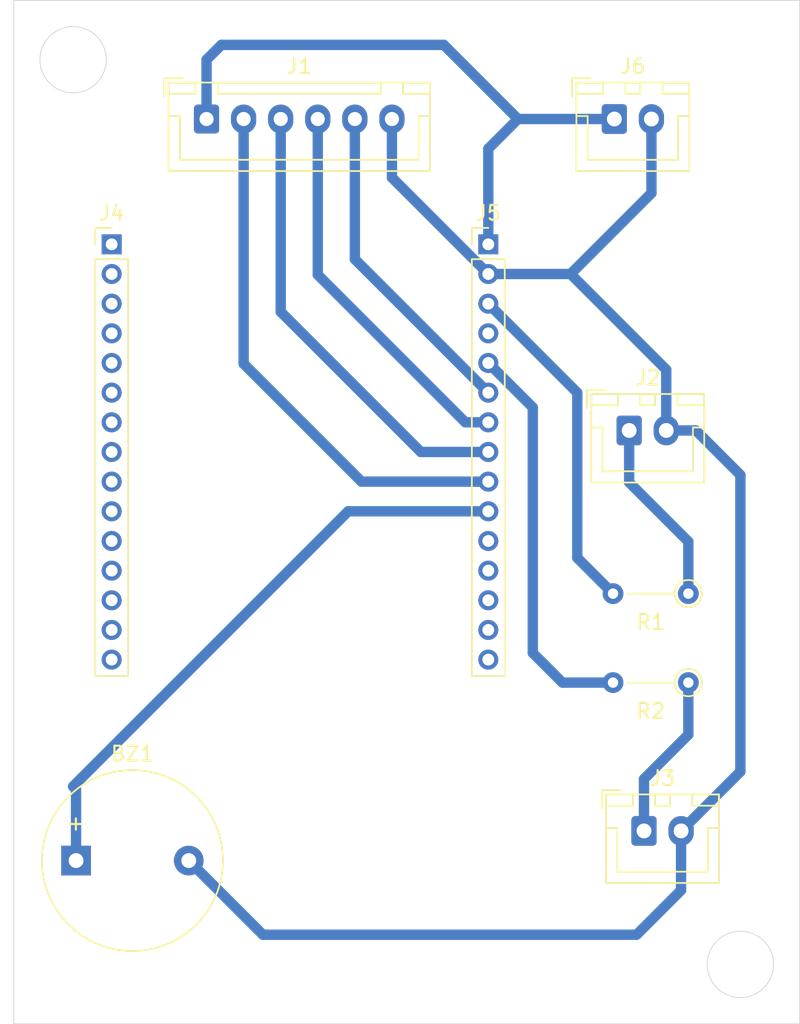
<source format=kicad_pcb>
(kicad_pcb (version 20241229) (generator "pcbnew") (generator_version "9.0")
  (layers (0 "F.Cu" signal) (2 "B.Cu" signal) (13 "F.Paste" user) (15 "B.Paste" user) (5 "F.SilkS" user "F.Silkscreen") (7 "B.SilkS" user "B.Silkscreen") (1 "F.Mask" user) (3 "B.Mask" user) (25 "Edge.Cuts" user))
  (net 0 "")
  (net 1 "Net-(J2-Pin_1)")
  (net 2 "Net-(J3-Pin_1)")
  (net 3 "Net-(J1-Pin_3)")
  (net 4 "GND")
  (net 5 "Net-(J1-Pin_4)")
  (net 6 "Net-(J1-Pin_2)")
  (net 7 "Net-(J1-Pin_5)")
  (net 8 "Net-(BZ1-+)")
  (net 9 "+5V")
  (net 25 "Net-(J5-Pin_5)")
  (net 29 "Net-(J5-Pin_3)")
  (footprint "Connector_PinHeader_2.00mm:PinHeader_1x15_P2.00mm_Vertical" (layer "F.Cu") (at 109 65.45)
    (property "Reference" "J5" (at 0 -2.11 0) (layer "F.SilkS"))
    (property "Value" "Conn_01x15_Socket")
    (fp_line (start -1.11 -1.11) (end 0 -1.11) (stroke (width 0.12)) (layer "F.SilkS"))
    (fp_line (start -1.11 0) (end -1.11 -1.11) (stroke (width 0.12)) (layer "F.SilkS"))
    (fp_line (start -1.11 1) (end -1.11 29.11) (stroke (width 0.12)) (layer "F.SilkS"))
    (fp_line (start -1.11 1) (end 1.11 1) (stroke (width 0.12)) (layer "F.SilkS"))
    (fp_line (start -1.11 29.11) (end 1.11 29.11) (stroke (width 0.12)) (layer "F.SilkS"))
    (fp_line (start 1.11 1) (end 1.11 29.11) (stroke (width 0.12)) (layer "F.SilkS"))
    (pad "1" thru_hole rect (at 0 0) (size 1.35 1.35) (drill 0.8) (layers "*.Cu" "*.Mask") (net 9 "+5V"))
    (pad "2" thru_hole circle (at 0 2) (size 1.35 1.35) (drill 0.8) (layers "*.Cu" "*.Mask") (net 4 "GND"))
    (pad "3" thru_hole circle (at 0 4) (size 1.35 1.35) (drill 0.8) (layers "*.Cu" "*.Mask") (net 29 "Net-(J5-Pin_3)"))
    (pad "4" thru_hole circle (at 0 6) (size 1.35 1.35) (drill 0.8) (layers "*.Cu" "*.Mask"))
    (pad "5" thru_hole circle (at 0 8) (size 1.35 1.35) (drill 0.8) (layers "*.Cu" "*.Mask") (net 25 "Net-(J5-Pin_5)"))
    (pad "6" thru_hole circle (at 0 10) (size 1.35 1.35) (drill 0.8) (layers "*.Cu" "*.Mask") (net 7 "Net-(J1-Pin_5)"))
    (pad "7" thru_hole circle (at 0 12) (size 1.35 1.35) (drill 0.8) (layers "*.Cu" "*.Mask") (net 5 "Net-(J1-Pin_4)"))
    (pad "8" thru_hole circle (at 0 14) (size 1.35 1.35) (drill 0.8) (layers "*.Cu" "*.Mask") (net 3 "Net-(J1-Pin_3)"))
    (pad "9" thru_hole circle (at 0 16) (size 1.35 1.35) (drill 0.8) (layers "*.Cu" "*.Mask") (net 6 "Net-(J1-Pin_2)"))
    (pad "10" thru_hole circle (at 0 18) (size 1.35 1.35) (drill 0.8) (layers "*.Cu" "*.Mask") (net 8 "Net-(BZ1-+)"))
    (pad "11" thru_hole circle (at 0 20) (size 1.35 1.35) (drill 0.8) (layers "*.Cu" "*.Mask"))
    (pad "12" thru_hole circle (at 0 22) (size 1.35 1.35) (drill 0.8) (layers "*.Cu" "*.Mask"))
    (pad "13" thru_hole circle (at 0 24) (size 1.35 1.35) (drill 0.8) (layers "*.Cu" "*.Mask"))
    (pad "14" thru_hole circle (at 0 26) (size 1.35 1.35) (drill 0.8) (layers "*.Cu" "*.Mask"))
    (pad "15" thru_hole circle (at 0 28) (size 1.35 1.35) (drill 0.8) (layers "*.Cu" "*.Mask"))
  )
  (footprint "Resistor_THT:R_Axial_DIN0204_L3.6mm_D1.6mm_P5.08mm_Vertical" (layer "F.Cu") (at 122.49 95 180)
    (property "Reference" "R2" (at 2.54 -1.92 0) (layer "F.SilkS"))
    (property "Value" "220R")
    (fp_line (start 0.92 0) (end 4.08 0) (stroke (width 0.12)) (layer "F.SilkS"))
    (fp_circle (center 0 0) (end 0.92 0) (stroke (width 0.12)) (fill no) (layer "F.SilkS"))
    (pad "1" thru_hole circle (at 0 0 180) (size 1.4 1.4) (drill 0.7) (layers "*.Cu" "*.Mask") (net 2 "Net-(J3-Pin_1)"))
    (pad "2" thru_hole circle (at 5.08 0 180) (size 1.4 1.4) (drill 0.7) (layers "*.Cu" "*.Mask") (net 25 "Net-(J5-Pin_5)"))
  )
  (footprint "Connector_PinHeader_2.00mm:PinHeader_1x15_P2.00mm_Vertical" (layer "F.Cu") (at 83.6 65.45)
    (property "Reference" "J4" (at 0 -2.11 0) (layer "F.SilkS"))
    (property "Value" "Conn_01x15_Socket")
    (fp_line (start -1.11 -1.11) (end 0 -1.11) (stroke (width 0.12)) (layer "F.SilkS"))
    (fp_line (start -1.11 0) (end -1.11 -1.11) (stroke (width 0.12)) (layer "F.SilkS"))
    (fp_line (start -1.11 1) (end -1.11 29.11) (stroke (width 0.12)) (layer "F.SilkS"))
    (fp_line (start -1.11 1) (end 1.11 1) (stroke (width 0.12)) (layer "F.SilkS"))
    (fp_line (start -1.11 29.11) (end 1.11 29.11) (stroke (width 0.12)) (layer "F.SilkS"))
    (fp_line (start 1.11 1) (end 1.11 29.11) (stroke (width 0.12)) (layer "F.SilkS"))
    (pad "1" thru_hole rect (at 0 0) (size 1.35 1.35) (drill 0.8) (layers "*.Cu" "*.Mask"))
    (pad "2" thru_hole circle (at 0 2) (size 1.35 1.35) (drill 0.8) (layers "*.Cu" "*.Mask"))
    (pad "3" thru_hole circle (at 0 4) (size 1.35 1.35) (drill 0.8) (layers "*.Cu" "*.Mask"))
    (pad "4" thru_hole circle (at 0 6) (size 1.35 1.35) (drill 0.8) (layers "*.Cu" "*.Mask"))
    (pad "5" thru_hole circle (at 0 8) (size 1.35 1.35) (drill 0.8) (layers "*.Cu" "*.Mask"))
    (pad "6" thru_hole circle (at 0 10) (size 1.35 1.35) (drill 0.8) (layers "*.Cu" "*.Mask"))
    (pad "7" thru_hole circle (at 0 12) (size 1.35 1.35) (drill 0.8) (layers "*.Cu" "*.Mask"))
    (pad "8" thru_hole circle (at 0 14) (size 1.35 1.35) (drill 0.8) (layers "*.Cu" "*.Mask"))
    (pad "9" thru_hole circle (at 0 16) (size 1.35 1.35) (drill 0.8) (layers "*.Cu" "*.Mask"))
    (pad "10" thru_hole circle (at 0 18) (size 1.35 1.35) (drill 0.8) (layers "*.Cu" "*.Mask"))
    (pad "11" thru_hole circle (at 0 20) (size 1.35 1.35) (drill 0.8) (layers "*.Cu" "*.Mask"))
    (pad "12" thru_hole circle (at 0 22) (size 1.35 1.35) (drill 0.8) (layers "*.Cu" "*.Mask"))
    (pad "13" thru_hole circle (at 0 24) (size 1.35 1.35) (drill 0.8) (layers "*.Cu" "*.Mask"))
    (pad "14" thru_hole circle (at 0 26) (size 1.35 1.35) (drill 0.8) (layers "*.Cu" "*.Mask"))
    (pad "15" thru_hole circle (at 0 28) (size 1.35 1.35) (drill 0.8) (layers "*.Cu" "*.Mask"))
  )
  (footprint "Connector_JST:JST_XH_B2B-XH-A_1x02_P2.50mm_Vertical" (layer "F.Cu") (at 117.5 57)
    (property "Reference" "J6" (at 1.25 -3.55 0) (layer "F.SilkS"))
    (property "Value" "Conn_01x02_Pin")
    (fp_line (start -2.85 -2.75) (end -2.85 -1.5) (stroke (width 0.12)) (layer "F.SilkS"))
    (fp_line (start -2.56 -2.46) (end -2.56 3.51) (stroke (width 0.12)) (layer "F.SilkS"))
    (fp_line (start -2.56 3.51) (end 5.06 3.51) (stroke (width 0.12)) (layer "F.SilkS"))
    (fp_line (start -2.55 -2.45) (end -2.55 -1.7) (stroke (width 0.12)) (layer "F.SilkS"))
    (fp_line (start -2.55 -1.7) (end -0.75 -1.7) (stroke (width 0.12)) (layer "F.SilkS"))
    (fp_line (start -2.55 -0.2) (end -1.8 -0.2) (stroke (width 0.12)) (layer "F.SilkS"))
    (fp_line (start -1.8 -0.2) (end -1.8 2.75) (stroke (width 0.12)) (layer "F.SilkS"))
    (fp_line (start -1.8 2.75) (end 1.25 2.75) (stroke (width 0.12)) (layer "F.SilkS"))
    (fp_line (start -1.6 -2.75) (end -2.85 -2.75) (stroke (width 0.12)) (layer "F.SilkS"))
    (fp_line (start -0.75 -2.45) (end -2.55 -2.45) (stroke (width 0.12)) (layer "F.SilkS"))
    (fp_line (start -0.75 -1.7) (end -0.75 -2.45) (stroke (width 0.12)) (layer "F.SilkS"))
    (fp_line (start 0.75 -2.45) (end 0.75 -1.7) (stroke (width 0.12)) (layer "F.SilkS"))
    (fp_line (start 0.75 -1.7) (end 1.75 -1.7) (stroke (width 0.12)) (layer "F.SilkS"))
    (fp_line (start 1.75 -2.45) (end 0.75 -2.45) (stroke (width 0.12)) (layer "F.SilkS"))
    (fp_line (start 1.75 -1.7) (end 1.75 -2.45) (stroke (width 0.12)) (layer "F.SilkS"))
    (fp_line (start 3.25 -2.45) (end 3.25 -1.7) (stroke (width 0.12)) (layer "F.SilkS"))
    (fp_line (start 3.25 -1.7) (end 5.05 -1.7) (stroke (width 0.12)) (layer "F.SilkS"))
    (fp_line (start 4.3 -0.2) (end 4.3 2.75) (stroke (width 0.12)) (layer "F.SilkS"))
    (fp_line (start 4.3 2.75) (end 1.25 2.75) (stroke (width 0.12)) (layer "F.SilkS"))
    (fp_line (start 5.05 -2.45) (end 3.25 -2.45) (stroke (width 0.12)) (layer "F.SilkS"))
    (fp_line (start 5.05 -1.7) (end 5.05 -2.45) (stroke (width 0.12)) (layer "F.SilkS"))
    (fp_line (start 5.05 -0.2) (end 4.3 -0.2) (stroke (width 0.12)) (layer "F.SilkS"))
    (fp_line (start 5.06 -2.46) (end -2.56 -2.46) (stroke (width 0.12)) (layer "F.SilkS"))
    (fp_line (start 5.06 3.51) (end 5.06 -2.46) (stroke (width 0.12)) (layer "F.SilkS"))
    (pad "1" thru_hole roundrect (at 0 0) (size 1.7 2) (drill 1) (layers "*.Cu" "*.Mask") (roundrect_rratio 0.147059) (net 9 "+5V"))
    (pad "2" thru_hole oval (at 2.5 0) (size 1.7 2) (drill 1) (layers "*.Cu" "*.Mask") (net 4 "GND"))
  )
  (footprint "Connector_JST:JST_XH_B6B-XH-A_1x06_P2.50mm_Vertical" (layer "F.Cu") (at 90 57)
    (property "Reference" "J1" (at 6.25 -3.55 0) (layer "F.SilkS"))
    (property "Value" "Conn_01x06_Pin")
    (fp_line (start -2.85 -2.75) (end -2.85 -1.5) (stroke (width 0.12)) (layer "F.SilkS"))
    (fp_line (start -2.56 -2.46) (end -2.56 3.51) (stroke (width 0.12)) (layer "F.SilkS"))
    (fp_line (start -2.56 3.51) (end 15.06 3.51) (stroke (width 0.12)) (layer "F.SilkS"))
    (fp_line (start -2.55 -2.45) (end -2.55 -1.7) (stroke (width 0.12)) (layer "F.SilkS"))
    (fp_line (start -2.55 -1.7) (end -0.75 -1.7) (stroke (width 0.12)) (layer "F.SilkS"))
    (fp_line (start -2.55 -0.2) (end -1.8 -0.2) (stroke (width 0.12)) (layer "F.SilkS"))
    (fp_line (start -1.8 -0.2) (end -1.8 2.75) (stroke (width 0.12)) (layer "F.SilkS"))
    (fp_line (start -1.8 2.75) (end 6.25 2.75) (stroke (width 0.12)) (layer "F.SilkS"))
    (fp_line (start -1.6 -2.75) (end -2.85 -2.75) (stroke (width 0.12)) (layer "F.SilkS"))
    (fp_line (start -0.75 -2.45) (end -2.55 -2.45) (stroke (width 0.12)) (layer "F.SilkS"))
    (fp_line (start -0.75 -1.7) (end -0.75 -2.45) (stroke (width 0.12)) (layer "F.SilkS"))
    (fp_line (start 0.75 -2.45) (end 0.75 -1.7) (stroke (width 0.12)) (layer "F.SilkS"))
    (fp_line (start 0.75 -1.7) (end 11.75 -1.7) (stroke (width 0.12)) (layer "F.SilkS"))
    (fp_line (start 11.75 -2.45) (end 0.75 -2.45) (stroke (width 0.12)) (layer "F.SilkS"))
    (fp_line (start 11.75 -1.7) (end 11.75 -2.45) (stroke (width 0.12)) (layer "F.SilkS"))
    (fp_line (start 13.25 -2.45) (end 13.25 -1.7) (stroke (width 0.12)) (layer "F.SilkS"))
    (fp_line (start 13.25 -1.7) (end 15.05 -1.7) (stroke (width 0.12)) (layer "F.SilkS"))
    (fp_line (start 14.3 -0.2) (end 14.3 2.75) (stroke (width 0.12)) (layer "F.SilkS"))
    (fp_line (start 14.3 2.75) (end 6.25 2.75) (stroke (width 0.12)) (layer "F.SilkS"))
    (fp_line (start 15.05 -2.45) (end 13.25 -2.45) (stroke (width 0.12)) (layer "F.SilkS"))
    (fp_line (start 15.05 -1.7) (end 15.05 -2.45) (stroke (width 0.12)) (layer "F.SilkS"))
    (fp_line (start 15.05 -0.2) (end 14.3 -0.2) (stroke (width 0.12)) (layer "F.SilkS"))
    (fp_line (start 15.06 -2.46) (end -2.56 -2.46) (stroke (width 0.12)) (layer "F.SilkS"))
    (fp_line (start 15.06 3.51) (end 15.06 -2.46) (stroke (width 0.12)) (layer "F.SilkS"))
    (pad "1" thru_hole roundrect (at 0 0) (size 1.7 1.95) (drill 0.95) (layers "*.Cu" "*.Mask") (roundrect_rratio 0.147059) (net 9 "+5V"))
    (pad "2" thru_hole oval (at 2.5 0) (size 1.7 1.95) (drill 0.95) (layers "*.Cu" "*.Mask") (net 6 "Net-(J1-Pin_2)"))
    (pad "3" thru_hole oval (at 5 0) (size 1.7 1.95) (drill 0.95) (layers "*.Cu" "*.Mask") (net 3 "Net-(J1-Pin_3)"))
    (pad "4" thru_hole oval (at 7.5 0) (size 1.7 1.95) (drill 0.95) (layers "*.Cu" "*.Mask") (net 5 "Net-(J1-Pin_4)"))
    (pad "5" thru_hole oval (at 10 0) (size 1.7 1.95) (drill 0.95) (layers "*.Cu" "*.Mask") (net 7 "Net-(J1-Pin_5)"))
    (pad "6" thru_hole oval (at 12.5 0) (size 1.7 1.95) (drill 0.95) (layers "*.Cu" "*.Mask") (net 4 "GND"))
  )
  (footprint "Connector_JST:JST_XH_B2B-XH-A_1x02_P2.50mm_Vertical" (layer "F.Cu") (at 119.5 105)
    (property "Reference" "J3" (at 1.25 -3.55 0) (layer "F.SilkS"))
    (property "Value" "Conn_01x02_Pin")
    (fp_line (start -2.85 -2.75) (end -2.85 -1.5) (stroke (width 0.12)) (layer "F.SilkS"))
    (fp_line (start -2.56 -2.46) (end -2.56 3.51) (stroke (width 0.12)) (layer "F.SilkS"))
    (fp_line (start -2.56 3.51) (end 5.06 3.51) (stroke (width 0.12)) (layer "F.SilkS"))
    (fp_line (start -2.55 -2.45) (end -2.55 -1.7) (stroke (width 0.12)) (layer "F.SilkS"))
    (fp_line (start -2.55 -1.7) (end -0.75 -1.7) (stroke (width 0.12)) (layer "F.SilkS"))
    (fp_line (start -2.55 -0.2) (end -1.8 -0.2) (stroke (width 0.12)) (layer "F.SilkS"))
    (fp_line (start -1.8 -0.2) (end -1.8 2.75) (stroke (width 0.12)) (layer "F.SilkS"))
    (fp_line (start -1.8 2.75) (end 1.25 2.75) (stroke (width 0.12)) (layer "F.SilkS"))
    (fp_line (start -1.6 -2.75) (end -2.85 -2.75) (stroke (width 0.12)) (layer "F.SilkS"))
    (fp_line (start -0.75 -2.45) (end -2.55 -2.45) (stroke (width 0.12)) (layer "F.SilkS"))
    (fp_line (start -0.75 -1.7) (end -0.75 -2.45) (stroke (width 0.12)) (layer "F.SilkS"))
    (fp_line (start 0.75 -2.45) (end 0.75 -1.7) (stroke (width 0.12)) (layer "F.SilkS"))
    (fp_line (start 0.75 -1.7) (end 1.75 -1.7) (stroke (width 0.12)) (layer "F.SilkS"))
    (fp_line (start 1.75 -2.45) (end 0.75 -2.45) (stroke (width 0.12)) (layer "F.SilkS"))
    (fp_line (start 1.75 -1.7) (end 1.75 -2.45) (stroke (width 0.12)) (layer "F.SilkS"))
    (fp_line (start 3.25 -2.45) (end 3.25 -1.7) (stroke (width 0.12)) (layer "F.SilkS"))
    (fp_line (start 3.25 -1.7) (end 5.05 -1.7) (stroke (width 0.12)) (layer "F.SilkS"))
    (fp_line (start 4.3 -0.2) (end 4.3 2.75) (stroke (width 0.12)) (layer "F.SilkS"))
    (fp_line (start 4.3 2.75) (end 1.25 2.75) (stroke (width 0.12)) (layer "F.SilkS"))
    (fp_line (start 5.05 -2.45) (end 3.25 -2.45) (stroke (width 0.12)) (layer "F.SilkS"))
    (fp_line (start 5.05 -1.7) (end 5.05 -2.45) (stroke (width 0.12)) (layer "F.SilkS"))
    (fp_line (start 5.05 -0.2) (end 4.3 -0.2) (stroke (width 0.12)) (layer "F.SilkS"))
    (fp_line (start 5.06 -2.46) (end -2.56 -2.46) (stroke (width 0.12)) (layer "F.SilkS"))
    (fp_line (start 5.06 3.51) (end 5.06 -2.46) (stroke (width 0.12)) (layer "F.SilkS"))
    (pad "1" thru_hole roundrect (at 0 0) (size 1.7 2) (drill 1) (layers "*.Cu" "*.Mask") (roundrect_rratio 0.147059) (net 2 "Net-(J3-Pin_1)"))
    (pad "2" thru_hole oval (at 2.5 0) (size 1.7 2) (drill 1) (layers "*.Cu" "*.Mask") (net 4 "GND"))
  )
  (footprint "Resistor_THT:R_Axial_DIN0204_L3.6mm_D1.6mm_P5.08mm_Vertical" (layer "F.Cu") (at 122.49 89 180)
    (property "Reference" "R1" (at 2.54 -1.92 0) (layer "F.SilkS"))
    (property "Value" "220R")
    (fp_line (start 0.92 0) (end 4.08 0) (stroke (width 0.12)) (layer "F.SilkS"))
    (fp_circle (center 0 0) (end 0.92 0) (stroke (width 0.12)) (fill no) (layer "F.SilkS"))
    (pad "1" thru_hole circle (at 0 0 180) (size 1.4 1.4) (drill 0.7) (layers "*.Cu" "*.Mask") (net 1 "Net-(J2-Pin_1)"))
    (pad "2" thru_hole circle (at 5.08 0 180) (size 1.4 1.4) (drill 0.7) (layers "*.Cu" "*.Mask") (net 29 "Net-(J5-Pin_3)"))
  )
  (footprint "Buzzer_Beeper:Buzzer_12x9.5RM7.6" (layer "F.Cu") (at 81.2 107)
    (property "Reference" "BZ1" (at 3.8 -7.2 0) (layer "F.SilkS"))
    (property "Value" "Buzzer")
    (fp_circle (center 3.8 0) (end 9.9 0) (stroke (width 0.12)) (fill no) (layer "F.SilkS"))
    (fp_text user "+" (at -0.01 -2.54 0) (layer "F.SilkS"))
    (pad "1" thru_hole rect (at 0 0) (size 2 2) (drill 1) (layers "*.Cu" "*.Mask") (net 8 "Net-(BZ1-+)"))
    (pad "2" thru_hole circle (at 7.6 0) (size 2 2) (drill 1) (layers "*.Cu" "*.Mask") (net 4 "GND"))
  )
  (footprint "Connector_JST:JST_XH_B2B-XH-A_1x02_P2.50mm_Vertical" (layer "F.Cu") (at 118.5 78)
    (property "Reference" "J2" (at 1.25 -3.55 0) (layer "F.SilkS"))
    (property "Value" "Conn_01x02_Pin")
    (fp_line (start -2.85 -2.75) (end -2.85 -1.5) (stroke (width 0.12)) (layer "F.SilkS"))
    (fp_line (start -2.56 -2.46) (end -2.56 3.51) (stroke (width 0.12)) (layer "F.SilkS"))
    (fp_line (start -2.56 3.51) (end 5.06 3.51) (stroke (width 0.12)) (layer "F.SilkS"))
    (fp_line (start -2.55 -2.45) (end -2.55 -1.7) (stroke (width 0.12)) (layer "F.SilkS"))
    (fp_line (start -2.55 -1.7) (end -0.75 -1.7) (stroke (width 0.12)) (layer "F.SilkS"))
    (fp_line (start -2.55 -0.2) (end -1.8 -0.2) (stroke (width 0.12)) (layer "F.SilkS"))
    (fp_line (start -1.8 -0.2) (end -1.8 2.75) (stroke (width 0.12)) (layer "F.SilkS"))
    (fp_line (start -1.8 2.75) (end 1.25 2.75) (stroke (width 0.12)) (layer "F.SilkS"))
    (fp_line (start -1.6 -2.75) (end -2.85 -2.75) (stroke (width 0.12)) (layer "F.SilkS"))
    (fp_line (start -0.75 -2.45) (end -2.55 -2.45) (stroke (width 0.12)) (layer "F.SilkS"))
    (fp_line (start -0.75 -1.7) (end -0.75 -2.45) (stroke (width 0.12)) (layer "F.SilkS"))
    (fp_line (start 0.75 -2.45) (end 0.75 -1.7) (stroke (width 0.12)) (layer "F.SilkS"))
    (fp_line (start 0.75 -1.7) (end 1.75 -1.7) (stroke (width 0.12)) (layer "F.SilkS"))
    (fp_line (start 1.75 -2.45) (end 0.75 -2.45) (stroke (width 0.12)) (layer "F.SilkS"))
    (fp_line (start 1.75 -1.7) (end 1.75 -2.45) (stroke (width 0.12)) (layer "F.SilkS"))
    (fp_line (start 3.25 -2.45) (end 3.25 -1.7) (stroke (width 0.12)) (layer "F.SilkS"))
    (fp_line (start 3.25 -1.7) (end 5.05 -1.7) (stroke (width 0.12)) (layer "F.SilkS"))
    (fp_line (start 4.3 -0.2) (end 4.3 2.75) (stroke (width 0.12)) (layer "F.SilkS"))
    (fp_line (start 4.3 2.75) (end 1.25 2.75) (stroke (width 0.12)) (layer "F.SilkS"))
    (fp_line (start 5.05 -2.45) (end 3.25 -2.45) (stroke (width 0.12)) (layer "F.SilkS"))
    (fp_line (start 5.05 -1.7) (end 5.05 -2.45) (stroke (width 0.12)) (layer "F.SilkS"))
    (fp_line (start 5.05 -0.2) (end 4.3 -0.2) (stroke (width 0.12)) (layer "F.SilkS"))
    (fp_line (start 5.06 -2.46) (end -2.56 -2.46) (stroke (width 0.12)) (layer "F.SilkS"))
    (fp_line (start 5.06 3.51) (end 5.06 -2.46) (stroke (width 0.12)) (layer "F.SilkS"))
    (pad "1" thru_hole roundrect (at 0 0) (size 1.7 2) (drill 1) (layers "*.Cu" "*.Mask") (roundrect_rratio 0.147059) (net 1 "Net-(J2-Pin_1)"))
    (pad "2" thru_hole oval (at 2.5 0) (size 1.7 2) (drill 1) (layers "*.Cu" "*.Mask") (net 4 "GND"))
  )
  (gr_circle (center 126 114) (end 127 116) (stroke (width 0.05)) (fill no) (layer "Edge.Cuts"))
  (gr_circle (center 81 53) (end 82 55) (stroke (width 0.05)) (fill no) (layer "Edge.Cuts"))
  (gr_rect (start 77 49) (end 130 118) (stroke (width 0.05)) (fill no) (layer "Edge.Cuts"))
  (segment (start 118.5 78) (end 118.5 81.5) (width 0.7) (layer "B.Cu") (net 1))
  (segment (start 122.49 85.49) (end 122.49 89) (width 0.7) (layer "B.Cu") (net 1))
  (segment (start 118.5 81.5) (end 122.49 85.49) (width 0.7) (layer "B.Cu") (net 1))
  (segment (start 122.49 95) (end 122.49 98.51) (width 0.7) (layer "B.Cu") (net 2))
  (segment (start 122.49 98.51) (end 119.5 101.5) (width 0.7) (layer "B.Cu") (net 2))
  (segment (start 119.5 101.5) (end 119.5 105) (width 0.7) (layer "B.Cu") (net 2))
  (segment (start 95 57) (end 95 70) (width 0.7) (layer "B.Cu") (net 3))
  (segment (start 95 70) (end 104.45 79.45) (width 0.7) (layer "B.Cu") (net 3))
  (segment (start 104.45 79.45) (end 109 79.45) (width 0.7) (layer "B.Cu") (net 3))
  (segment (start 114.55 67.45) (end 109 67.45) (width 0.7) (layer "B.Cu") (net 4))
  (segment (start 126 101) (end 126 81) (width 0.7) (layer "B.Cu") (net 4))
  (segment (start 102.5 57) (end 102.5 60.95) (width 0.7) (layer "B.Cu") (net 4))
  (segment (start 122 109) (end 122 105) (width 0.7) (layer "B.Cu") (net 4))
  (segment (start 121 73.9) (end 121 78) (width 0.7) (layer "B.Cu") (net 4))
  (segment (start 119 112) (end 122 109) (width 0.7) (layer "B.Cu") (net 4))
  (segment (start 123 78) (end 121 78) (width 0.7) (layer "B.Cu") (net 4))
  (segment (start 114.55 67.45) (end 121 73.9) (width 0.7) (layer "B.Cu") (net 4))
  (segment (start 120 57) (end 120 62) (width 0.7) (layer "B.Cu") (net 4))
  (segment (start 119 112) (end 93.8 112) (width 0.7) (layer "B.Cu") (net 4))
  (segment (start 126 81) (end 123 78) (width 0.7) (layer "B.Cu") (net 4))
  (segment (start 93.8 112) (end 88.8 107) (width 0.7) (layer "B.Cu") (net 4))
  (segment (start 120 62) (end 114.55 67.45) (width 0.7) (layer "B.Cu") (net 4))
  (segment (start 122 105) (end 126 101) (width 0.7) (layer "B.Cu") (net 4))
  (segment (start 102.5 60.95) (end 109 67.45) (width 0.7) (layer "B.Cu") (net 4))
  (segment (start 107.45 77.45) (end 109 77.45) (width 0.7) (layer "B.Cu") (net 5))
  (segment (start 97.5 57) (end 97.5 67.5) (width 0.7) (layer "B.Cu") (net 5))
  (segment (start 97.5 67.5) (end 107.45 77.45) (width 0.7) (layer "B.Cu") (net 5))
  (segment (start 100.45 81.45) (end 109 81.45) (width 0.7) (layer "B.Cu") (net 6))
  (segment (start 92.5 73.5) (end 100.45 81.45) (width 0.7) (layer "B.Cu") (net 6))
  (segment (start 92.5 57) (end 92.5 73.5) (width 0.7) (layer "B.Cu") (net 6))
  (segment (start 100 66.45) (end 109 75.45) (width 0.7) (layer "B.Cu") (net 7))
  (segment (start 100 57) (end 100 66.45) (width 0.7) (layer "B.Cu") (net 7))
  (segment (start 81.2 107) (end 81.2 102.2) (width 0.7) (layer "B.Cu") (net 8))
  (segment (start 99.55 83.45) (end 109 83.45) (width 0.7) (layer "B.Cu") (net 8))
  (segment (start 81 102) (end 99.55 83.45) (width 0.7) (layer "B.Cu") (net 8))
  (segment (start 81.2 102.2) (end 81 102) (width 0.7) (layer "B.Cu") (net 8))
  (segment (start 109 59) (end 109 65.45) (width 0.7) (layer "B.Cu") (net 9))
  (segment (start 106 52) (end 111 57) (width 0.7) (layer "B.Cu") (net 9))
  (segment (start 111 57) (end 117.5 57) (width 0.7) (layer "B.Cu") (net 9))
  (segment (start 111 57) (end 109 59) (width 0.7) (layer "B.Cu") (net 9))
  (segment (start 90 53) (end 91 52) (width 0.7) (layer "B.Cu") (net 9))
  (segment (start 90 57) (end 90 53) (width 0.7) (layer "B.Cu") (net 9))
  (segment (start 91 52) (end 106 52) (width 0.7) (layer "B.Cu") (net 9))
  (segment (start 114 95) (end 117.41 95) (width 0.7) (layer "B.Cu") (net 25))
  (segment (start 109 73.45) (end 112 76.45) (width 0.7) (layer "B.Cu") (net 25))
  (segment (start 112 76.45) (end 112 93) (width 0.7) (layer "B.Cu") (net 25))
  (segment (start 112 93) (end 114 95) (width 0.7) (layer "B.Cu") (net 25))
  (segment (start 109 69.45) (end 115 75.45) (width 0.7) (layer "B.Cu") (net 29))
  (segment (start 115 86.59) (end 117.41 89) (width 0.7) (layer "B.Cu") (net 29))
  (segment (start 115 75.45) (end 115 86.59) (width 0.7) (layer "B.Cu") (net 29))
)
</source>
